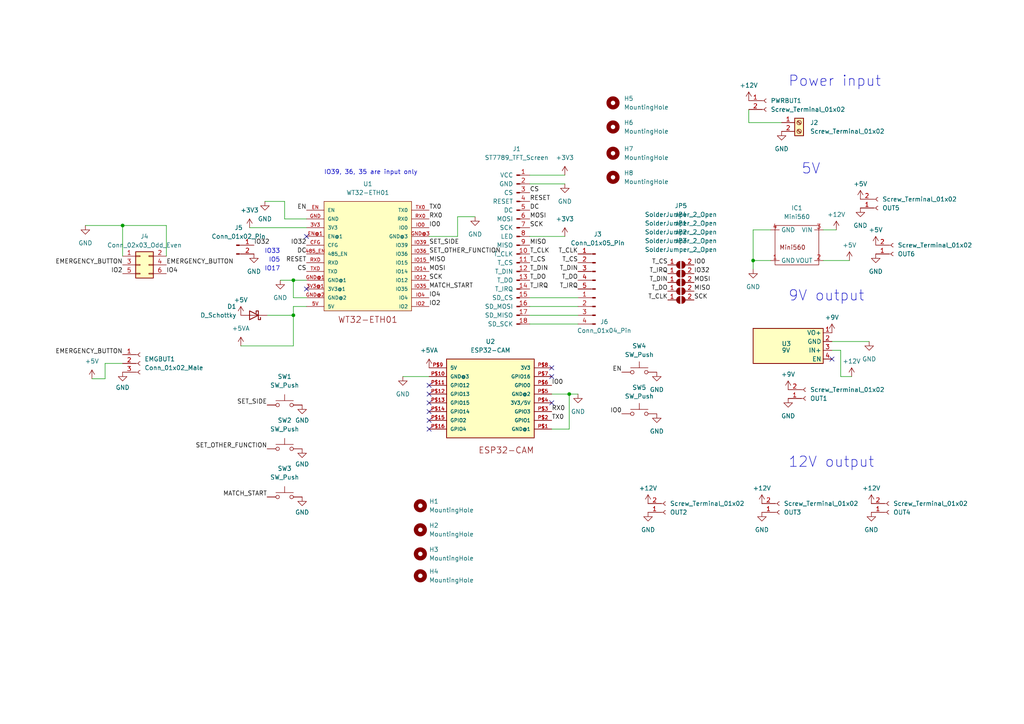
<source format=kicad_sch>
(kicad_sch (version 20230121) (generator eeschema)
  (paper "A4")
  (lib_symbols
    (symbol "Connector:Conn_01x02_Female" (pin_names (offset 1.016) hide)
      (property "Reference" "J" (at 0 2.54 0))
      (property "Value" "Conn_01x02_Female" (at 0 -5.08 0))
      (symbol "Conn_01x02_Female_1_1"
        (arc (start 0 -2.032) (mid -0.5058 -2.54) (end 0 -3.048) (stroke (width 0.1524)))
        (polyline (pts (xy -1.27 -2.54) (xy -0.508 -2.54)) (stroke (width 0.1524)))
        (polyline (pts (xy -1.27 0) (xy -0.508 0)) (stroke (width 0.1524)))
        (arc (start 0 0.508) (mid -0.5058 0) (end 0 -0.508) (stroke (width 0.1524)))
        (pin passive line (at -5.08 0 0) (length 3.81) (name "Pin_1") (number "1"))
        (pin passive line (at -5.08 -2.54 0) (length 3.81) (name "Pin_2") (number "2"))
      )
    )
    (symbol "Connector:Conn_01x02_Pin" (pin_names (offset 1.016) hide)
      (property "Reference" "J" (at 0 2.54 0))
      (property "Value" "Conn_01x02_Pin" (at 0 -5.08 0))
      (symbol "Conn_01x02_Pin_1_1"
        (polyline (pts (xy 1.27 -2.54) (xy 0.8636 -2.54)) (stroke (width 0.1524)))
        (polyline (pts (xy 1.27 0) (xy 0.8636 0)) (stroke (width 0.1524)))
        (rectangle (start 0.8636 -2.413) (end 0 -2.667) (stroke (width 0.1524)) (fill (type outline)))
        (rectangle (start 0.8636 0.127) (end 0 -0.127) (stroke (width 0.1524)) (fill (type outline)))
        (pin passive line (at 5.08 0 180) (length 3.81) (name "Pin_1") (number "1"))
        (pin passive line (at 5.08 -2.54 180) (length 3.81) (name "Pin_2") (number "2"))
      )
    )
    (symbol "Connector:Conn_01x03_Female" (pin_names (offset 1.016) hide)
      (property "Reference" "J" (at 0 5.08 0))
      (property "Value" "Conn_01x03_Female" (at 0 -5.08 0))
      (symbol "Conn_01x03_Female_1_1"
        (arc (start 0 -2.032) (mid -0.5058 -2.54) (end 0 -3.048) (stroke (width 0.1524)))
        (polyline (pts (xy -1.27 -2.54) (xy -0.508 -2.54)) (stroke (width 0.1524)))
        (polyline (pts (xy -1.27 0) (xy -0.508 0)) (stroke (width 0.1524)))
        (polyline (pts (xy -1.27 2.54) (xy -0.508 2.54)) (stroke (width 0.1524)))
        (arc (start 0 0.508) (mid -0.5058 0) (end 0 -0.508) (stroke (width 0.1524)))
        (arc (start 0 3.048) (mid -0.5058 2.54) (end 0 2.032) (stroke (width 0.1524)))
        (pin passive line (at -5.08 2.54 0) (length 3.81) (name "Pin_1") (number "1"))
        (pin passive line (at -5.08 0 0) (length 3.81) (name "Pin_2") (number "2"))
        (pin passive line (at -5.08 -2.54 0) (length 3.81) (name "Pin_3") (number "3"))
      )
    )
    (symbol "Connector:Conn_01x04_Pin" (pin_names (offset 1.016) hide)
      (property "Reference" "J" (at 0 5.08 0))
      (property "Value" "Conn_01x04_Pin" (at 0 -7.62 0))
      (symbol "Conn_01x04_Pin_1_1"
        (polyline (pts (xy 1.27 -5.08) (xy 0.8636 -5.08)) (stroke (width 0.1524)))
        (polyline (pts (xy 1.27 -2.54) (xy 0.8636 -2.54)) (stroke (width 0.1524)))
        (polyline (pts (xy 1.27 0) (xy 0.8636 0)) (stroke (width 0.1524)))
        (polyline (pts (xy 1.27 2.54) (xy 0.8636 2.54)) (stroke (width 0.1524)))
        (rectangle (start 0.8636 -4.953) (end 0 -5.207) (stroke (width 0.1524)) (fill (type outline)))
        (rectangle (start 0.8636 -2.413) (end 0 -2.667) (stroke (width 0.1524)) (fill (type outline)))
        (rectangle (start 0.8636 0.127) (end 0 -0.127) (stroke (width 0.1524)) (fill (type outline)))
        (rectangle (start 0.8636 2.667) (end 0 2.413) (stroke (width 0.1524)) (fill (type outline)))
        (pin passive line (at 5.08 2.54 180) (length 3.81) (name "Pin_1") (number "1"))
        (pin passive line (at 5.08 0 180) (length 3.81) (name "Pin_2") (number "2"))
        (pin passive line (at 5.08 -2.54 180) (length 3.81) (name "Pin_3") (number "3"))
        (pin passive line (at 5.08 -5.08 180) (length 3.81) (name "Pin_4") (number "4"))
      )
    )
    (symbol "Connector:Conn_01x05_Pin" (pin_names (offset 1.016) hide)
      (property "Reference" "J" (at 0 7.62 0))
      (property "Value" "Conn_01x05_Pin" (at 0 -7.62 0))
      (symbol "Conn_01x05_Pin_1_1"
        (polyline (pts (xy 1.27 -5.08) (xy 0.8636 -5.08)) (stroke (width 0.1524)))
        (polyline (pts (xy 1.27 -2.54) (xy 0.8636 -2.54)) (stroke (width 0.1524)))
        (polyline (pts (xy 1.27 0) (xy 0.8636 0)) (stroke (width 0.1524)))
        (polyline (pts (xy 1.27 2.54) (xy 0.8636 2.54)) (stroke (width 0.1524)))
        (polyline (pts (xy 1.27 5.08) (xy 0.8636 5.08)) (stroke (width 0.1524)))
        (rectangle (start 0.8636 -4.953) (end 0 -5.207) (stroke (width 0.1524)) (fill (type outline)))
        (rectangle (start 0.8636 -2.413) (end 0 -2.667) (stroke (width 0.1524)) (fill (type outline)))
        (rectangle (start 0.8636 0.127) (end 0 -0.127) (stroke (width 0.1524)) (fill (type outline)))
        (rectangle (start 0.8636 2.667) (end 0 2.413) (stroke (width 0.1524)) (fill (type outline)))
        (rectangle (start 0.8636 5.207) (end 0 4.953) (stroke (width 0.1524)) (fill (type outline)))
        (pin passive line (at 5.08 5.08 180) (length 3.81) (name "Pin_1") (number "1"))
        (pin passive line (at 5.08 2.54 180) (length 3.81) (name "Pin_2") (number "2"))
        (pin passive line (at 5.08 0 180) (length 3.81) (name "Pin_3") (number "3"))
        (pin passive line (at 5.08 -2.54 180) (length 3.81) (name "Pin_4") (number "4"))
        (pin passive line (at 5.08 -5.08 180) (length 3.81) (name "Pin_5") (number "5"))
      )
    )
    (symbol "Connector:Screw_Terminal_01x02" (pin_names (offset 1.016) hide)
      (property "Reference" "J" (at 0 2.54 0))
      (property "Value" "Screw_Terminal_01x02" (at 0 -5.08 0))
      (symbol "Screw_Terminal_01x02_1_1"
        (rectangle (start -1.27 1.27) (end 1.27 -3.81) (stroke (width 0.254)) (fill (type background)))
        (circle (center 0 -2.54) (radius 0.635) (stroke (width 0.1524)))
        (polyline (pts (xy -0.5334 -2.2098) (xy 0.3302 -3.048)) (stroke (width 0.1524)))
        (polyline (pts (xy -0.5334 0.3302) (xy 0.3302 -0.508)) (stroke (width 0.1524)))
        (polyline (pts (xy -0.3556 -2.032) (xy 0.508 -2.8702)) (stroke (width 0.1524)))
        (polyline (pts (xy -0.3556 0.508) (xy 0.508 -0.3302)) (stroke (width 0.1524)))
        (circle (center 0 0) (radius 0.635) (stroke (width 0.1524)))
        (pin passive line (at -5.08 0 0) (length 3.81) (name "Pin_1") (number "1"))
        (pin passive line (at -5.08 -2.54 0) (length 3.81) (name "Pin_2") (number "2"))
      )
    )
    (symbol "Connector_Generic:Conn_02x03_Odd_Even" (pin_names (offset 1.016) hide)
      (property "Reference" "J" (at 1.27 5.08 0))
      (property "Value" "Conn_02x03_Odd_Even" (at 1.27 -5.08 0))
      (symbol "Conn_02x03_Odd_Even_1_1"
        (rectangle (start -1.27 -2.413) (end 0 -2.667) (stroke (width 0.1524)))
        (rectangle (start -1.27 0.127) (end 0 -0.127) (stroke (width 0.1524)))
        (rectangle (start -1.27 2.667) (end 0 2.413) (stroke (width 0.1524)))
        (rectangle (start -1.27 3.81) (end 3.81 -3.81) (stroke (width 0.254)) (fill (type background)))
        (rectangle (start 3.81 -2.413) (end 2.54 -2.667) (stroke (width 0.1524)))
        (rectangle (start 3.81 0.127) (end 2.54 -0.127) (stroke (width 0.1524)))
        (rectangle (start 3.81 2.667) (end 2.54 2.413) (stroke (width 0.1524)))
        (pin passive line (at -5.08 2.54 0) (length 3.81) (name "Pin_1") (number "1"))
        (pin passive line (at 7.62 2.54 180) (length 3.81) (name "Pin_2") (number "2"))
        (pin passive line (at -5.08 0 0) (length 3.81) (name "Pin_3") (number "3"))
        (pin passive line (at 7.62 0 180) (length 3.81) (name "Pin_4") (number "4"))
        (pin passive line (at -5.08 -2.54 0) (length 3.81) (name "Pin_5") (number "5"))
        (pin passive line (at 7.62 -2.54 180) (length 3.81) (name "Pin_6") (number "6"))
      )
    )
    (symbol "Device:D_Schottky" (pin_numbers hide) (pin_names (offset 1.016) hide)
      (property "Reference" "D" (at 0 2.54 0))
      (property "Value" "D_Schottky" (at 0 -2.54 0))
      (symbol "D_Schottky_0_1"
        (polyline (pts (xy 1.27 0) (xy -1.27 0)))
        (polyline (pts (xy 1.27 1.27) (xy 1.27 -1.27) (xy -1.27 0) (xy 1.27 1.27)) (stroke (width 0.254)))
        (polyline (pts (xy -1.905 0.635) (xy -1.905 1.27) (xy -1.27 1.27) (xy -1.27 -1.27) (xy -0.635 -1.27) (xy -0.635 -0.635)) (stroke (width 0.254)))
      )
      (symbol "D_Schottky_1_1"
        (pin passive line (at -3.81 0 0) (length 2.54) (name "K") (number "1"))
        (pin passive line (at 3.81 0 180) (length 2.54) (name "A") (number "2"))
      )
    )
    (symbol "ESP32-CAM:ESP32-CAM" (pin_names (offset 1.016))
      (property "Reference" "U" (at 0 7.62 0))
      (property "Value" "ESP32-CAM" (at 0 7.62 0))
      (symbol "ESP32-CAM_0_0"
        (rectangle (start 12.7 -5.08) (end -12.7 17.78) (stroke (width 0.254)) (fill (type background)))
        (text "ESP32-CAM" (at 12.7 -7.62 0) (effects (font (size 1.778 1.778)) (justify right top)))
        (pin bidirectional line (at 17.78 -2.54 180) (length 5.08) (name "GND@1") (number "P$1"))
        (pin bidirectional line (at -17.78 12.7 0) (length 5.08) (name "GND@3") (number "P$10"))
        (pin bidirectional line (at -17.78 10.16 0) (length 5.08) (name "GPIO12") (number "P$11"))
        (pin bidirectional line (at -17.78 7.62 0) (length 5.08) (name "GPIO13") (number "P$12"))
        (pin bidirectional line (at -17.78 5.08 0) (length 5.08) (name "GPIO15") (number "P$13"))
        (pin bidirectional line (at -17.78 2.54 0) (length 5.08) (name "GPIO14") (number "P$14"))
        (pin bidirectional line (at -17.78 0 0) (length 5.08) (name "GPIO2") (number "P$15"))
        (pin bidirectional line (at -17.78 -2.54 0) (length 5.08) (name "GPIO4") (number "P$16"))
        (pin bidirectional line (at 17.78 0 180) (length 5.08) (name "GPIO1") (number "P$2"))
        (pin bidirectional line (at 17.78 2.54 180) (length 5.08) (name "GPIO3") (number "P$3"))
        (pin bidirectional line (at 17.78 5.08 180) (length 5.08) (name "3V3/5V") (number "P$4"))
        (pin bidirectional line (at 17.78 7.62 180) (length 5.08) (name "GND@2") (number "P$5"))
        (pin bidirectional line (at 17.78 10.16 180) (length 5.08) (name "GPIO0") (number "P$6"))
        (pin bidirectional line (at 17.78 12.7 180) (length 5.08) (name "GPIO16") (number "P$7"))
        (pin bidirectional line (at 17.78 15.24 180) (length 5.08) (name "3V3") (number "P$8"))
        (pin bidirectional line (at -17.78 15.24 0) (length 5.08) (name "5V") (number "P$9"))
      )
    )
    (symbol "Jumper:SolderJumper_2_Open" (pin_names (offset 0) hide)
      (property "Reference" "JP" (at 0 2.032 0))
      (property "Value" "SolderJumper_2_Open" (at 0 -2.54 0))
      (symbol "SolderJumper_2_Open_0_1"
        (arc (start -0.254 1.016) (mid -1.2656 0) (end -0.254 -1.016))
        (arc (start -0.254 1.016) (mid -1.2656 0) (end -0.254 -1.016) (fill (type outline)))
        (polyline (pts (xy -0.254 1.016) (xy -0.254 -1.016)))
        (polyline (pts (xy 0.254 1.016) (xy 0.254 -1.016)))
        (arc (start 0.254 -1.016) (mid 1.2656 0) (end 0.254 1.016))
        (arc (start 0.254 -1.016) (mid 1.2656 0) (end 0.254 1.016) (fill (type outline)))
      )
      (symbol "SolderJumper_2_Open_1_1"
        (pin passive line (at -3.81 0 0) (length 2.54) (name "A") (number "1"))
        (pin passive line (at 3.81 0 180) (length 2.54) (name "B") (number "2"))
      )
    )
    (symbol "Mechanical:MountingHole" (pin_names (offset 1.016))
      (property "Reference" "H" (at 0 5.08 0))
      (property "Value" "MountingHole" (at 0 3.175 0))
      (symbol "MountingHole_0_1"
        (circle (center 0 0) (radius 1.27) (stroke (width 1.27)))
      )
    )
    (symbol "MiAM_ESP32:ST7789_TFT_Screen" (pin_names (offset 1.016))
      (property "Reference" "J" (at 0 12.7 0))
      (property "Value" "ST7789_TFT_Screen" (at -16.51 -1.27 0))
      (symbol "ST7789_TFT_Screen_1_1"
        (polyline (pts (xy 1.27 -33.02) (xy 0.8636 -33.02)) (stroke (width 0.1524)))
        (polyline (pts (xy 1.27 -30.48) (xy 0.8636 -30.48)) (stroke (width 0.1524)))
        (polyline (pts (xy 1.27 -27.94) (xy 0.8636 -27.94)) (stroke (width 0.1524)))
        (polyline (pts (xy 1.27 -25.4) (xy 0.8636 -25.4)) (stroke (width 0.1524)))
        (polyline (pts (xy 1.27 -22.86) (xy 0.8636 -22.86)) (stroke (width 0.1524)))
        (polyline (pts (xy 1.27 -20.32) (xy 0.8636 -20.32)) (stroke (width 0.1524)))
        (polyline (pts (xy 1.27 -17.78) (xy 0.8636 -17.78)) (stroke (width 0.1524)))
        (polyline (pts (xy 1.27 -15.24) (xy 0.8636 -15.24)) (stroke (width 0.1524)))
        (polyline (pts (xy 1.27 -12.7) (xy 0.8636 -12.7)) (stroke (width 0.1524)))
        (polyline (pts (xy 1.27 -10.16) (xy 0.8636 -10.16)) (stroke (width 0.1524)))
        (polyline (pts (xy 1.27 -7.62) (xy 0.8636 -7.62)) (stroke (width 0.1524)))
        (polyline (pts (xy 1.27 -5.08) (xy 0.8636 -5.08)) (stroke (width 0.1524)))
        (polyline (pts (xy 1.27 -2.54) (xy 0.8636 -2.54)) (stroke (width 0.1524)))
        (polyline (pts (xy 1.27 0) (xy 0.8636 0)) (stroke (width 0.1524)))
        (polyline (pts (xy 1.27 2.54) (xy 0.8636 2.54)) (stroke (width 0.1524)))
        (polyline (pts (xy 1.27 5.08) (xy 0.8636 5.08)) (stroke (width 0.1524)))
        (polyline (pts (xy 1.27 7.62) (xy 0.8636 7.62)) (stroke (width 0.1524)))
        (polyline (pts (xy 1.27 10.16) (xy 0.8636 10.16)) (stroke (width 0.1524)))
        (rectangle (start 0 10.287) (end 0.8636 10.033) (stroke (width 0.1524)) (fill (type outline)))
        (rectangle (start 0.8636 -32.893) (end 0 -33.147) (stroke (width 0.1524)) (fill (type outline)))
        (rectangle (start 0.8636 -30.353) (end 0 -30.607) (stroke (width 0.1524)) (fill (type outline)))
        (rectangle (start 0.8636 -27.813) (end 0 -28.067) (stroke (width 0.1524)) (fill (type outline)))
        (rectangle (start 0.8636 -25.273) (end 0 -25.527) (stroke (width 0.1524)) (fill (type outline)))
        (rectangle (start 0.8636 -22.733) (end 0 -22.987) (stroke (width 0.1524)) (fill (type outline)))
        (rectangle (start 0.8636 -20.193) (end 0 -20.447) (stroke (width 0.1524)) (fill (type outline)))
        (rectangle (start 0.8636 -17.653) (end 0 -17.907) (stroke (width 0.1524)) (fill (type outline)))
        (rectangle (start 0.8636 -15.113) (end 0 -15.367) (stroke (width 0.1524)) (fill (type outline)))
        (rectangle (start 0.8636 -12.573) (end 0 -12.827) (stroke (width 0.1524)) (fill (type outline)))
        (rectangle (start 0.8636 -10.033) (end 0 -10.287) (stroke (width 0.1524)) (fill (type outline)))
        (rectangle (start 0.8636 -7.493) (end 0 -7.747) (stroke (width 0.1524)) (fill (type outline)))
        (rectangle (start 0.8636 -4.953) (end 0 -5.207) (stroke (width 0.1524)) (fill (type outline)))
        (rectangle (start 0.8636 -2.413) (end 0 -2.667) (stroke (width 0.1524)) (fill (type outline)))
        (rectangle (start 0.8636 0.127) (end 0 -0.127) (stroke (width 0.1524)) (fill (type outline)))
        (rectangle (start 0.8636 2.667) (end 0 2.413) (stroke (width 0.1524)) (fill (type outline)))
        (rectangle (start 0.8636 5.207) (end 0 4.953) (stroke (width 0.1524)) (fill (type outline)))
        (rectangle (start 0.8636 7.747) (end 0 7.493) (stroke (width 0.1524)) (fill (type outline)))
        (pin passive line (at 3.81 10.16 180) (length 3.81) (name "VCC") (number "1"))
        (pin passive line (at 3.81 -12.7 180) (length 3.81) (name "T_CLK") (number "10"))
        (pin passive line (at 3.81 -15.24 180) (length 3.81) (name "T_CS") (number "11"))
        (pin passive line (at 3.81 -17.78 180) (length 3.81) (name "T_DIN") (number "12"))
        (pin passive line (at 3.81 -20.32 180) (length 3.81) (name "T_DO") (number "13"))
        (pin passive line (at 3.81 -22.86 180) (length 3.81) (name "T_IRQ") (number "14"))
        (pin passive line (at 3.81 -25.4 180) (length 3.81) (name "SD_CS") (number "15"))
        (pin passive line (at 3.81 -27.94 180) (length 3.81) (name "SD_MOSI") (number "16"))
        (pin passive line (at 3.81 -30.48 180) (length 3.81) (name "SD_MISO") (number "17"))
        (pin passive line (at 3.81 -33.02 180) (length 3.81) (name "SD_SCK") (number "18"))
        (pin passive line (at 3.81 7.62 180) (length 3.81) (name "GND") (number "2"))
        (pin passive line (at 3.81 5.08 180) (length 3.81) (name "CS") (number "3"))
        (pin passive line (at 3.81 2.54 180) (length 3.81) (name "RESET") (number "4"))
        (pin passive line (at 3.81 0 180) (length 3.81) (name "DC") (number "5"))
        (pin passive line (at 3.81 -2.54 180) (length 3.81) (name "MOSI") (number "6"))
        (pin passive line (at 3.81 -5.08 180) (length 3.81) (name "SCK") (number "7"))
        (pin passive line (at 3.81 -7.62 180) (length 3.81) (name "LED") (number "8"))
        (pin passive line (at 3.81 -10.16 180) (length 3.81) (name "MISO") (number "9"))
      )
    )
    (symbol "MiAM_ESP32:VoltageRegulator"
      (property "Reference" "U" (at -2.54 10.16 0))
      (property "Value" "VoltageRegulator" (at -2.54 7.62 0))
      (symbol "VoltageRegulator_0_1"
        (rectangle (start -10.16 5.08) (end 10.16 -5.08) (stroke (width 0.254)) (fill (type background)))
      )
      (symbol "VoltageRegulator_1_1"
        (pin power_out line (at 12.7 3.81 180) (length 2.54) (name "VO+") (number "1"))
        (pin passive line (at 12.7 1.27 180) (length 2.54) (name "GND") (number "2"))
        (pin power_in line (at 12.7 -1.27 180) (length 2.54) (name "IN+") (number "3"))
        (pin input line (at 12.7 -3.81 180) (length 2.54) (name "EN") (number "4"))
      )
    )
    (symbol "Mini560:Mini560"
      (property "Reference" "IC" (at 0 0 0))
      (property "Value" "Mini560" (at 0 2.54 0))
      (symbol "Mini560_0_0"
        (text "Mini560" (at 2.54 -10.16 0) (effects (font (size 1.27 1.27))))
      )
      (symbol "Mini560_0_1"
        (rectangle (start -2.54 -3.81) (end 10.16 -15.24))
      )
      (symbol "Mini560_1_1"
        (pin output line (at -3.81 -13.97 0) (length 2.54) (name "GND") (number "1"))
        (pin output line (at 11.43 -13.97 180) (length 2.54) (name "VOUT") (number "2"))
        (pin input line (at 11.43 -5.08 180) (length 2.54) (name "VIN") (number "3"))
        (pin input line (at -3.81 -5.08 0) (length 2.54) (name "GND") (number "4"))
      )
    )
    (symbol "Switch:SW_Push" (pin_numbers hide) (pin_names (offset 1.016) hide)
      (property "Reference" "SW" (at 1.27 2.54 0))
      (property "Value" "SW_Push" (at 0 -1.524 0))
      (symbol "SW_Push_0_1"
        (circle (center -2.032 0) (radius 0.508))
        (polyline (pts (xy 0 1.27) (xy 0 3.048)))
        (polyline (pts (xy 2.54 1.27) (xy -2.54 1.27)))
        (circle (center 2.032 0) (radius 0.508))
        (pin passive line (at -5.08 0 0) (length 2.54) (name "1") (number "1"))
        (pin passive line (at 5.08 0 180) (length 2.54) (name "2") (number "2"))
      )
    )
    (symbol "WT32-ETH01:WT32-ETH01_MB" (pin_names (offset 1.016))
      (property "Reference" "U" (at 0 0 0))
      (property "Value" "WT32-ETH01_MB" (at 0 0 0))
      (symbol "WT32-ETH01_MB_0_0"
        (rectangle (start -12.7 17.78) (end 12.7 -13.97) (stroke (width 0.1524)) (fill (type background)))
        (text "WT32-ETH01" (at 0 -16.51 0) (effects (font (size 1.778 1.778))))
        (pin bidirectional line (at -17.78 10.16 0) (length 5.08) (name "3V3") (number "3V3"))
        (pin bidirectional line (at -17.78 -7.62 0) (length 5.08) (name "3V3@1") (number "3V3@1"))
        (pin bidirectional line (at -17.78 2.54 0) (length 5.08) (name "485_EN") (number "485_EN"))
        (pin bidirectional line (at -17.78 -12.7 0) (length 5.08) (name "5V") (number "5V"))
        (pin bidirectional line (at -17.78 15.24 0) (length 5.08) (name "EN") (number "EN"))
        (pin bidirectional line (at -17.78 7.62 0) (length 5.08) (name "EN@1") (number "EN@1"))
        (pin bidirectional line (at -17.78 12.7 0) (length 5.08) (name "GND") (number "GND"))
        (pin bidirectional line (at -17.78 -5.08 0) (length 5.08) (name "GND@1") (number "GND@1"))
        (pin bidirectional line (at -17.78 -10.16 0) (length 5.08) (name "GND@2") (number "GND@2"))
        (pin bidirectional line (at 17.78 7.62 180) (length 5.08) (name "GND@3") (number "GND@3"))
        (pin bidirectional line (at 17.78 10.16 180) (length 5.08) (name "IO0") (number "IO0"))
        (pin bidirectional line (at 17.78 -5.08 180) (length 5.08) (name "IO12") (number "IO12"))
        (pin bidirectional line (at 17.78 -2.54 180) (length 5.08) (name "IO14") (number "IO14"))
        (pin bidirectional line (at 17.78 0 180) (length 5.08) (name "IO15") (number "IO15"))
        (pin bidirectional line (at 17.78 -12.7 180) (length 5.08) (name "IO2") (number "IO2"))
        (pin bidirectional line (at 17.78 -7.62 180) (length 5.08) (name "IO35") (number "IO35"))
        (pin bidirectional line (at 17.78 2.54 180) (length 5.08) (name "IO36") (number "IO36"))
        (pin bidirectional line (at 17.78 5.08 180) (length 5.08) (name "IO39") (number "IO39"))
        (pin bidirectional line (at 17.78 -10.16 180) (length 5.08) (name "IO4") (number "IO4"))
        (pin bidirectional line (at 17.78 12.7 180) (length 5.08) (name "RX0") (number "RX0"))
        (pin bidirectional line (at -17.78 0 0) (length 5.08) (name "RXD") (number "RXD"))
        (pin bidirectional line (at 17.78 15.24 180) (length 5.08) (name "TX0") (number "TX0"))
        (pin bidirectional line (at -17.78 -2.54 0) (length 5.08) (name "TXD") (number "TXD"))
      )
      (symbol "WT32-ETH01_MB_1_0"
        (pin bidirectional line (at -17.78 5.08 0) (length 5.08) (name "CFG") (number "CFG"))
      )
    )
    (symbol "power:+12V" (power) (pin_names (offset 0))
      (property "Value" "+12V" (at 0 3.556 0))
      (symbol "+12V_0_1"
        (polyline (pts (xy -0.762 1.27) (xy 0 2.54)))
        (polyline (pts (xy 0 0) (xy 0 2.54)))
        (polyline (pts (xy 0 2.54) (xy 0.762 1.27)))
      )
      (symbol "+12V_1_1"
        (pin power_in line (at 0 0 90) (length 0) hide (name "+12V") (number "1"))
      )
    )
    (symbol "power:+3V3" (power) (pin_names (offset 0))
      (property "Value" "+3V3" (at 0 3.556 0))
      (symbol "+3V3_0_1"
        (polyline (pts (xy -0.762 1.27) (xy 0 2.54)))
        (polyline (pts (xy 0 0) (xy 0 2.54)))
        (polyline (pts (xy 0 2.54) (xy 0.762 1.27)))
      )
      (symbol "+3V3_1_1"
        (pin power_in line (at 0 0 90) (length 0) hide (name "+3V3") (number "1"))
      )
    )
    (symbol "power:+5V" (power) (pin_names (offset 0))
      (property "Value" "+5V" (at 0 3.556 0))
      (symbol "+5V_0_1"
        (polyline (pts (xy -0.762 1.27) (xy 0 2.54)))
        (polyline (pts (xy 0 0) (xy 0 2.54)))
        (polyline (pts (xy 0 2.54) (xy 0.762 1.27)))
      )
      (symbol "+5V_1_1"
        (pin power_in line (at 0 0 90) (length 0) hide (name "+5V") (number "1"))
      )
    )
    (symbol "power:+5VA" (power) (pin_names (offset 0))
      (property "Value" "+5VA" (at 0 3.556 0))
      (symbol "+5VA_0_1"
        (polyline (pts (xy -0.762 1.27) (xy 0 2.54)))
        (polyline (pts (xy 0 0) (xy 0 2.54)))
        (polyline (pts (xy 0 2.54) (xy 0.762 1.27)))
      )
      (symbol "+5VA_1_1"
        (pin power_in line (at 0 0 90) (length 0) hide (name "+5VA") (number "1"))
      )
    )
    (symbol "power:+9V" (power) (pin_names (offset 0))
      (property "Value" "+9V" (at 0 3.556 0))
      (symbol "+9V_0_1"
        (polyline (pts (xy -0.762 1.27) (xy 0 2.54)))
        (polyline (pts (xy 0 0) (xy 0 2.54)))
        (polyline (pts (xy 0 2.54) (xy 0.762 1.27)))
      )
      (symbol "+9V_1_1"
        (pin power_in line (at 0 0 90) (length 0) hide (name "+9V") (number "1"))
      )
    )
    (symbol "power:GND" (power) (pin_names (offset 0))
      (property "Value" "GND" (at 0 -3.81 0))
      (symbol "GND_0_1"
        (polyline (pts (xy 0 0) (xy 0 -1.27) (xy 1.27 -1.27) (xy 0 -2.54) (xy -1.27 -1.27) (xy 0 -1.27)))
      )
      (symbol "GND_1_1"
        (pin power_in line (at 0 0 270) (length 0) hide (name "GND") (number "1"))
      )
    )
  )
  (junction (at 35.56 65.405))
  (junction (at 218.44 75.565))
  (junction (at 85.09 91.44))
  (junction (at 85.09 81.28))
  (junction (at 165.1 114.3))
  (no_connect (at 124.46 116.84))
  (no_connect (at 124.46 111.76))
  (no_connect (at 160.02 106.68))
  (no_connect (at 160.02 109.22))
  (no_connect (at 241.3 104.14))
  (no_connect (at 160.02 116.84))
  (no_connect (at 124.46 114.3))
  (no_connect (at 124.46 124.46))
  (no_connect (at 124.46 119.38))
  (no_connect (at 88.9 83.82))
  (no_connect (at 124.46 121.92))
  (no_connect (at 88.9 68.58))
  (wire (pts (xy 85.09 100.33) (xy 85.09 91.44)))
  (wire (pts (xy 217.17 35.56) (xy 226.695 35.56)))
  (wire (pts (xy 153.67 68.58) (xy 163.83 68.58)))
  (wire (pts (xy 85.09 91.44) (xy 85.09 88.9)))
  (wire (pts (xy 218.44 75.565) (xy 223.52 75.565)))
  (wire (pts (xy 35.56 65.405) (xy 35.56 74.295)))
  (wire (pts (xy 88.9 63.5) (xy 82.55 63.5)))
  (wire (pts (xy 160.02 124.46) (xy 165.1 124.46)))
  (wire (pts (xy 153.67 53.34) (xy 163.83 53.34)))
  (wire (pts (xy 243.84 109.22) (xy 247.015 109.22)))
  (wire (pts (xy 153.67 50.8) (xy 163.83 50.8)))
  (wire (pts (xy 167.64 86.36) (xy 153.67 86.36)))
  (wire (pts (xy 85.09 88.9) (xy 88.9 88.9)))
  (wire (pts (xy 72.39 66.04) (xy 88.9 66.04)))
  (wire (pts (xy 218.44 78.105) (xy 218.44 75.565)))
  (wire (pts (xy 69.85 100.33) (xy 85.09 100.33)))
  (wire (pts (xy 82.55 63.5) (xy 82.55 58.42)))
  (wire (pts (xy 81.28 81.28) (xy 85.09 81.28)))
  (wire (pts (xy 241.3 101.6) (xy 243.84 101.6)))
  (wire (pts (xy 48.26 65.405) (xy 35.56 65.405)))
  (wire (pts (xy 116.84 109.22) (xy 124.46 109.22)))
  (wire (pts (xy 77.47 91.44) (xy 85.09 91.44)))
  (wire (pts (xy 48.26 74.295) (xy 48.26 65.405)))
  (wire (pts (xy 165.1 124.46) (xy 165.1 114.3)))
  (wire (pts (xy 132.715 68.58) (xy 124.46 68.58)))
  (wire (pts (xy 223.52 66.675) (xy 218.44 66.675)))
  (wire (pts (xy 165.1 114.3) (xy 167.64 114.3)))
  (wire (pts (xy 238.76 66.675) (xy 242.57 66.675)))
  (wire (pts (xy 30.48 109.855) (xy 26.67 109.855)))
  (wire (pts (xy 82.55 58.42) (xy 76.835 58.42)))
  (wire (pts (xy 160.02 114.3) (xy 165.1 114.3)))
  (wire (pts (xy 132.715 62.865) (xy 137.795 62.865)))
  (wire (pts (xy 217.17 31.75) (xy 217.17 35.56)))
  (wire (pts (xy 241.3 99.06) (xy 252.095 99.06)))
  (wire (pts (xy 24.765 65.405) (xy 35.56 65.405)))
  (wire (pts (xy 132.715 62.865) (xy 132.715 68.58)))
  (wire (pts (xy 35.56 105.41) (xy 30.48 105.41)))
  (wire (pts (xy 238.76 75.565) (xy 246.38 75.565)))
  (wire (pts (xy 243.84 101.6) (xy 243.84 109.22)))
  (wire (pts (xy 30.48 105.41) (xy 30.48 109.855)))
  (wire (pts (xy 167.64 93.98) (xy 153.67 93.98)))
  (wire (pts (xy 85.09 81.28) (xy 85.09 86.36)))
  (wire (pts (xy 85.09 86.36) (xy 88.9 86.36)))
  (wire (pts (xy 218.44 66.675) (xy 218.44 75.565)))
  (wire (pts (xy 167.64 91.44) (xy 153.67 91.44)))
  (wire (pts (xy 85.09 81.28) (xy 88.9 81.28)))
  (wire (pts (xy 167.64 88.9) (xy 153.67 88.9)))
  (text "9V output" (at 228.6 87.63 0) (effects (font (size 3 3)) (justify left bottom)))
  (text "5V" (at 232.41 50.8 0) (effects (font (size 3 3)) (justify left bottom)))
  (text "IO33" (at 81.28 73.66 0) (effects (font (size 1.27 1.27)) (justify right bottom)))
  (text "IO39, 36, 35 are input only" (at 93.98 50.8 0) (effects (font (size 1.27 1.27)) (justify left bottom)))
  (text "IO5" (at 81.28 76.2 0) (effects (font (size 1.27 1.27)) (justify right bottom)))
  (text "Power input" (at 228.6 25.4 0) (effects (font (size 3 3)) (justify left bottom)))
  (text "12V output" (at 228.6 135.89 0) (effects (font (size 3 3)) (justify left bottom)))
  (text "IO17" (at 81.28 78.74 0) (effects (font (size 1.27 1.27)) (justify right bottom)))
  (label "IO32" (at 88.9 71.12 180))
  (label "SET_SIDE" (at 124.46 71.12 0))
  (label "SCK" (at 153.67 66.04 0))
  (label "CS" (at 153.67 55.88 0))
  (label "T_DO" (at 167.64 81.28 180))
  (label "MOSI" (at 124.46 78.74 0))
  (label "SCK" (at 124.46 81.28 0))
  (label "RESET" (at 88.9 76.2 180))
  (label "SET_SIDE" (at 77.47 117.475 180))
  (label "T_DO" (at 153.67 81.28 0))
  (label "RESET" (at 153.67 58.42 0))
  (label "T_DIN" (at 167.64 78.74 180))
  (label "T_DIN" (at 193.675 81.915 180))
  (label "T_CS" (at 167.64 76.2 180))
  (label "EN" (at 180.34 107.95 180))
  (label "EMERGENCY_BUTTON" (at 35.56 102.87 180))
  (label "IO0" (at 124.46 66.04 0))
  (label "MISO" (at 153.67 71.12 0))
  (label "IO32" (at 73.66 71.12 0))
  (label "T_IRQ" (at 193.675 79.375 180))
  (label "SET_OTHER_FUNCTION" (at 77.47 130.175 180))
  (label "MATCH_START" (at 77.47 144.145 180))
  (label "MISO" (at 201.295 84.455 0))
  (label "T_DIN" (at 153.67 78.74 0))
  (label "EMERGENCY_BUTTON" (at 48.26 76.835 0))
  (label "T_CLK" (at 153.67 73.66 0))
  (label "EMERGENCY_BUTTON" (at 35.56 76.835 180))
  (label "IO2" (at 124.46 88.9 0))
  (label "T_DO" (at 193.675 84.455 180))
  (label "TX0" (at 124.46 60.96 0))
  (label "DC" (at 153.67 60.96 0))
  (label "CS" (at 88.9 78.74 180))
  (label "IO0" (at 160.02 111.76 0))
  (label "IO0" (at 180.34 120.015 180))
  (label "IO4" (at 48.26 79.375 0))
  (label "MATCH_START" (at 124.46 83.82 0))
  (label "IO4" (at 124.46 86.36 0))
  (label "IO0" (at 201.295 76.835 0))
  (label "SET_OTHER_FUNCTION" (at 124.46 73.66 0))
  (label "RX0" (at 160.02 119.38 0))
  (label "SCK" (at 201.295 86.995 0))
  (label "T_IRQ" (at 167.64 83.82 180))
  (label "DC" (at 88.9 73.66 180))
  (label "T_CLK" (at 193.675 86.995 180))
  (label "MOSI" (at 153.67 63.5 0))
  (label "T_CLK" (at 167.64 73.66 180))
  (label "MISO" (at 124.46 76.2 0))
  (label "TX0" (at 160.02 121.92 0))
  (label "T_CS" (at 153.67 76.2 0))
  (label "MOSI" (at 201.295 81.915 0))
  (label "T_IRQ" (at 153.67 83.82 0))
  (label "IO32" (at 201.295 79.375 0))
  (label "T_CS" (at 193.675 76.835 180))
  (label "EN" (at 88.9 60.96 180))
  (label "IO2" (at 35.56 79.375 180))
  (label "RX0" (at 124.46 63.5 0))
  (symbol (lib_id "Device:D_Schottky") (at 73.66 91.44 180) (unit 1)
    (property "Reference" "D1" (at 68.58 88.9 0) (effects (justify left)))
    (property "Value" "D_Schottky" (at 68.58 91.44 0) (effects (justify left)))
    (property "Footprint" "Diode_SMD:D_SOD-323_HandSoldering" (effects hide))
  )
  (symbol (lib_id "MiAM_ESP32:ST7789_TFT_Screen") (at 149.86 60.96 0) (unit 1)
    (property "Reference" "J1" (at 149.86 43.18 0))
    (property "Value" "ST7789_TFT_Screen" (at 149.86 45.72 0))
    (property "Footprint" "MiAM_ESP32_Footprints:2.8_tft_240x320_touch_sd_spi" (effects hide))
  )
  (symbol (lib_id "power:GND") (at 116.84 109.22 0) (unit 1)
    (property "Reference" "#PWR040" (effects hide))
    (property "Value" "GND" (at 116.84 114.3 0))
  )
  (symbol (lib_id "Switch:SW_Push") (at 82.55 117.475 0) (unit 1)
    (property "Reference" "SW1" (at 82.55 109.22 0))
    (property "Value" "SW_Push" (at 82.55 111.76 0))
    (property "Footprint" "Connector_JST:JST_PH_B2B-PH-K_1x02_P2.00mm_Vertical" (effects hide))
  )
  (symbol (lib_id "power:GND") (at 87.63 117.475 0) (unit 1)
    (property "Reference" "#PWR010" (effects hide))
    (property "Value" "GND" (at 87.63 121.92 0))
  )
  (symbol (lib_id "Connector:Conn_01x02_Female") (at 222.25 29.21 0) (unit 1)
    (property "Reference" "PWRBUT1" (at 223.52 29.21 0) (effects (justify left)))
    (property "Value" "Screw_Terminal_01x02" (at 223.52 31.75 0) (effects (justify left)))
    (property "Footprint" "Connector_JST:JST_PH_B2B-PH-K_1x02_P2.00mm_Vertical" (effects hide))
  )
  (symbol (lib_id "power:+9V") (at 228.6 113.03 0) (unit 1)
    (property "Reference" "#PWR028" (effects hide))
    (property "Value" "+9V" (at 228.6 108.585 0))
  )
  (symbol (lib_id "Mechanical:MountingHole") (at 121.92 160.655 0) (unit 1)
    (property "Reference" "H3" (at 124.46 159.385 0) (effects (justify left)))
    (property "Value" "MountingHole" (at 124.46 161.925 0) (effects (justify left)))
    (property "Footprint" "MountingHole:MountingHole_3.2mm_M3" (effects hide))
  )
  (symbol (lib_id "ESP32-CAM:ESP32-CAM") (at 142.24 121.92 0) (unit 1)
    (property "Reference" "U2" (at 142.24 99.06 0))
    (property "Value" "ESP32-CAM" (at 142.24 101.6 0))
    (property "Footprint" "MiAM_ESP32_Footprints:ESP32-CAM_MB" (effects hide))
    (property "MF" "AI-Thinker" (effects hide))
    (property "Description" "\nESP32 ESP32 Transceiver; 802.11 a/b/g/n (Wi-Fi, WiFi, WLAN), Bluetooth® Smart 4.x Low Energy (BLE) Evaluation Board\n" (effects hide))
    (property "Package" "None" (effects hide))
    (property "Price" "None" (effects hide))
    (property "SnapEDA_Link" "https://www.snapeda.com/parts/ESP32-CAM/AI-Thinker/view-part/?ref=snap" (effects hide))
    (property "MP" "ESP32-CAM" (effects hide))
    (property "Availability" "Not in stock" (effects hide))
    (property "Check_prices" "https://www.snapeda.com/parts/ESP32-CAM/AI-Thinker/view-part/?ref=eda" (effects hide))
  )
  (symbol (lib_id "power:GND") (at 76.835 58.42 0) (unit 1)
    (property "Reference" "#PWR07" (effects hide))
    (property "Value" "GND" (at 76.835 63.5 0))
  )
  (symbol (lib_id "power:GND") (at 187.96 148.59 0) (unit 1)
    (property "Reference" "#PWR031" (effects hide))
    (property "Value" "GND" (at 187.96 153.67 0))
  )
  (symbol (lib_id "power:+12V") (at 242.57 66.675 0) (unit 1)
    (property "Reference" "#PWR024" (effects hide))
    (property "Value" "+12V" (at 242.57 62.23 0))
  )
  (symbol (lib_id "MiAM_ESP32:VoltageRegulator") (at 228.6 100.33 0) (unit 1)
    (property "Reference" "U3" (at 226.695 99.695 0) (effects (justify left)))
    (property "Value" "9V" (at 226.695 101.6 0) (effects (justify left)))
    (property "Footprint" "MiAM_ESP32_Footprints:VoltageRegulator" (effects hide))
  )
  (symbol (lib_id "Jumper:SolderJumper_2_Open") (at 197.485 76.835 0) (unit 1)
    (property "Reference" "JP5" (at 197.485 59.69 0))
    (property "Value" "SolderJumper_2_Open" (at 197.485 62.23 0))
    (property "Footprint" "Jumper:SolderJumper-2_P1.3mm_Open_RoundedPad1.0x1.5mm" (effects hide))
  )
  (symbol (lib_id "power:GND") (at 252.095 99.06 0) (unit 1)
    (property "Reference" "#PWR020" (effects hide))
    (property "Value" "GND" (at 252.095 104.14 0))
  )
  (symbol (lib_id "Mechanical:MountingHole") (at 177.8 29.845 0) (unit 1)
    (property "Reference" "H5" (at 180.975 28.575 0) (effects (justify left)))
    (property "Value" "MountingHole" (at 180.975 31.115 0) (effects (justify left)))
    (property "Footprint" "MountingHole:MountingHole_2.7mm_M2.5" (effects hide))
  )
  (symbol (lib_id "power:GND") (at 73.66 73.66 0) (unit 1)
    (property "Reference" "#PWR041" (effects hide))
    (property "Value" "GND" (at 73.66 78.74 0))
  )
  (symbol (lib_id "power:GND") (at 254 73.66 0) (unit 1)
    (property "Reference" "#PWR039" (effects hide))
    (property "Value" "GND" (at 254 78.74 0))
  )
  (symbol (lib_id "Jumper:SolderJumper_2_Open") (at 197.485 81.915 0) (unit 1)
    (property "Reference" "JP1" (at 197.485 64.77 0))
    (property "Value" "SolderJumper_2_Open" (at 197.485 67.31 0))
    (property "Footprint" "Jumper:SolderJumper-2_P1.3mm_Open_RoundedPad1.0x1.5mm" (effects hide))
  )
  (symbol (lib_id "Jumper:SolderJumper_2_Open") (at 197.485 84.455 0) (unit 1)
    (property "Reference" "JP2" (at 197.485 67.31 0))
    (property "Value" "SolderJumper_2_Open" (at 197.485 69.85 0))
    (property "Footprint" "Jumper:SolderJumper-2_P1.3mm_Open_RoundedPad1.0x1.5mm" (effects hide))
  )
  (symbol (lib_id "power:GND") (at 35.56 107.95 0) (unit 1)
    (property "Reference" "#PWR015" (effects hide))
    (property "Value" "GND" (at 35.56 112.395 0))
  )
  (symbol (lib_id "power:+3V3") (at 163.83 68.58 0) (unit 1)
    (property "Reference" "#PWR01" (effects hide))
    (property "Value" "+3V3" (at 163.83 63.5 0))
  )
  (symbol (lib_id "power:GND") (at 163.83 53.34 0) (unit 1)
    (property "Reference" "#PWR02" (effects hide))
    (property "Value" "GND" (at 163.83 58.42 0))
  )
  (symbol (lib_id "power:+5V") (at 69.85 91.44 0) (unit 1)
    (property "Reference" "#PWR027" (effects hide))
    (property "Value" "+5V" (at 69.85 86.995 0))
  )
  (symbol (lib_id "Connector:Conn_01x02_Female") (at 193.04 148.59 0) (mirror x) (unit 1)
    (property "Reference" "OUT2" (at 194.31 148.59 0) (effects (justify left)))
    (property "Value" "Screw_Terminal_01x02" (at 194.31 146.05 0) (effects (justify left)))
    (property "Footprint" "Connector_JST:JST_PH_B2B-PH-K_1x02_P2.00mm_Vertical" (effects hide))
  )
  (symbol (lib_id "power:+3V3") (at 72.39 66.04 0) (unit 1)
    (property "Reference" "#PWR04" (effects hide))
    (property "Value" "+3V3" (at 72.39 60.96 0))
  )
  (symbol (lib_id "Connector:Screw_Terminal_01x02") (at 231.775 35.56 0) (unit 1)
    (property "Reference" "J2" (at 234.95 35.56 0) (effects (justify left)))
    (property "Value" "Screw_Terminal_01x02" (at 234.95 38.1 0) (effects (justify left)))
    (property "Footprint" "MiAM_ESP32_Footprints:USBC-Dummy-Card" (effects hide))
  )
  (symbol (lib_id "power:GND") (at 167.64 114.3 0) (unit 1)
    (property "Reference" "#PWR08" (effects hide))
    (property "Value" "GND" (at 167.64 119.38 0))
  )
  (symbol (lib_id "power:+5V") (at 26.67 109.855 0) (unit 1)
    (property "Reference" "#PWR016" (effects hide))
    (property "Value" "+5V" (at 26.67 104.775 0))
  )
  (symbol (lib_id "power:+12V") (at 252.73 146.05 0) (unit 1)
    (property "Reference" "#PWR034" (effects hide))
    (property "Value" "+12V" (at 252.73 141.605 0))
  )
  (symbol (lib_id "Mechanical:MountingHole") (at 121.92 153.67 0) (unit 1)
    (property "Reference" "H2" (at 124.46 152.4 0) (effects (justify left)))
    (property "Value" "MountingHole" (at 124.46 154.94 0) (effects (justify left)))
    (property "Footprint" "MountingHole:MountingHole_3.2mm_M3" (effects hide))
  )
  (symbol (lib_id "power:+3V3") (at 163.83 50.8 0) (unit 1)
    (property "Reference" "#PWR013" (effects hide))
    (property "Value" "+3V3" (at 163.83 45.72 0))
  )
  (symbol (lib_id "power:GND") (at 190.5 120.015 0) (unit 1)
    (property "Reference" "#PWR018" (effects hide))
    (property "Value" "GND" (at 190.5 125.095 0))
  )
  (symbol (lib_id "power:GND") (at 218.44 78.105 0) (unit 1)
    (property "Reference" "#PWR025" (effects hide))
    (property "Value" "GND" (at 218.44 83.185 0))
  )
  (symbol (lib_id "power:GND") (at 87.63 130.175 0) (unit 1)
    (property "Reference" "#PWR011" (effects hide))
    (property "Value" "GND" (at 87.63 134.62 0))
  )
  (symbol (lib_id "Mechanical:MountingHole") (at 177.8 51.435 0) (unit 1)
    (property "Reference" "H8" (at 180.975 50.165 0) (effects (justify left)))
    (property "Value" "MountingHole" (at 180.975 52.705 0) (effects (justify left)))
    (property "Footprint" "MountingHole:MountingHole_2.7mm_M2.5" (effects hide))
  )
  (symbol (lib_id "Connector:Conn_01x02_Female") (at 233.68 115.57 0) (mirror x) (unit 1)
    (property "Reference" "OUT1" (at 234.95 115.57 0) (effects (justify left)))
    (property "Value" "Screw_Terminal_01x02" (at 234.95 113.03 0) (effects (justify left)))
    (property "Footprint" "Connector_JST:JST_PH_B2B-PH-K_1x02_P2.00mm_Vertical" (effects hide))
  )
  (symbol (lib_id "power:GND") (at 252.73 148.59 0) (unit 1)
    (property "Reference" "#PWR035" (effects hide))
    (property "Value" "GND" (at 252.73 153.67 0))
  )
  (symbol (lib_id "Switch:SW_Push") (at 185.42 107.95 0) (unit 1)
    (property "Reference" "SW4" (at 185.42 100.33 0))
    (property "Value" "SW_Push" (at 185.42 102.87 0))
    (property "Footprint" "Button_Switch_SMD:SW_Push_1P1T_NO_Vertical_Wuerth_434133025816" (effects hide))
  )
  (symbol (lib_id "WT32-ETH01:WT32-ETH01_MB") (at 106.68 76.2 0) (unit 1)
    (property "Reference" "U1" (at 106.68 53.34 0))
    (property "Value" "WT32-ETH01" (at 106.68 55.88 0))
    (property "Footprint" "MiAM_ESP32_Footprints:WT32-ETH01-MB" (effects hide))
    (property "MF" "wireless-tag" (effects hide))
    (property "Description" "\nEmbedded serial port to Ethernet module\n" (effects hide))
    (property "Package" "None" (effects hide))
    (property "Price" "None" (effects hide))
    (property "SnapEDA_Link" "https://www.snapeda.com/parts/WT32-ETH01/Wireless-Tag/view-part/?ref=snap" (effects hide))
    (property "MP" "WT32-ETH01" (effects hide))
    (property "Availability" "Not in stock" (effects hide))
    (property "Check_prices" "https://www.snapeda.com/parts/WT32-ETH01/Wireless-Tag/view-part/?ref=eda" (effects hide))
  )
  (symbol (lib_id "power:+5V") (at 246.38 75.565 0) (unit 1)
    (property "Reference" "#PWR026" (effects hide))
    (property "Value" "+5V" (at 246.38 71.12 0))
  )
  (symbol (lib_id "Jumper:SolderJumper_2_Open") (at 197.485 79.375 0) (unit 1)
    (property "Reference" "JP4" (at 197.485 62.23 0))
    (property "Value" "SolderJumper_2_Open" (at 197.485 64.77 0))
    (property "Footprint" "Jumper:SolderJumper-2_P1.3mm_Open_RoundedPad1.0x1.5mm" (effects hide))
  )
  (symbol (lib_id "Mechanical:MountingHole") (at 177.8 44.45 0) (unit 1)
    (property "Reference" "H7" (at 180.975 43.18 0) (effects (justify left)))
    (property "Value" "MountingHole" (at 180.975 45.72 0) (effects (justify left)))
    (property "Footprint" "MountingHole:MountingHole_2.7mm_M2.5" (effects hide))
  )
  (symbol (lib_id "Connector_Generic:Conn_02x03_Odd_Even") (at 40.64 76.835 0) (unit 1)
    (property "Reference" "J4" (at 41.91 68.58 0))
    (property "Value" "Conn_02x03_Odd_Even" (at 41.91 71.12 0))
    (property "Footprint" "Connector_PinHeader_2.54mm:PinHeader_2x03_P2.54mm_Vertical" (effects hide))
  )
  (symbol (lib_id "Switch:SW_Push") (at 185.42 120.015 0) (unit 1)
    (property "Reference" "SW5" (at 185.42 112.395 0))
    (property "Value" "SW_Push" (at 185.42 114.935 0))
    (property "Footprint" "Button_Switch_SMD:SW_Push_1P1T_NO_Vertical_Wuerth_434133025816" (effects hide))
  )
  (symbol (lib_id "Connector:Conn_01x05_Pin") (at 172.72 78.74 0) (mirror y) (unit 1)
    (property "Reference" "J3" (at 173.355 67.945 0))
    (property "Value" "Conn_01x05_Pin" (at 173.355 70.485 0))
    (property "Footprint" "Connector_PinHeader_2.54mm:PinHeader_1x05_P2.54mm_Vertical" (effects hide))
  )
  (symbol (lib_id "power:GND") (at 220.98 148.59 0) (unit 1)
    (property "Reference" "#PWR033" (effects hide))
    (property "Value" "GND" (at 220.98 153.67 0))
  )
  (symbol (lib_id "power:GND") (at 87.63 144.145 0) (unit 1)
    (property "Reference" "#PWR012" (effects hide))
    (property "Value" "GND" (at 87.63 148.59 0))
  )
  (symbol (lib_id "power:GND") (at 249.555 60.325 0) (unit 1)
    (property "Reference" "#PWR037" (effects hide))
    (property "Value" "GND" (at 249.555 65.405 0))
  )
  (symbol (lib_id "power:+5V") (at 254 71.12 0) (unit 1)
    (property "Reference" "#PWR038" (effects hide))
    (property "Value" "+5V" (at 254 66.675 0))
  )
  (symbol (lib_id "power:GND") (at 226.695 38.1 0) (unit 1)
    (property "Reference" "#PWR021" (effects hide))
    (property "Value" "GND" (at 226.695 43.18 0))
  )
  (symbol (lib_id "power:GND") (at 228.6 115.57 0) (unit 1)
    (property "Reference" "#PWR029" (effects hide))
    (property "Value" "GND" (at 228.6 120.65 0))
  )
  (symbol (lib_id "Connector:Conn_01x02_Female") (at 254.635 60.325 0) (mirror x) (unit 1)
    (property "Reference" "OUT5" (at 255.905 60.325 0) (effects (justify left)))
    (property "Value" "Screw_Terminal_01x02" (at 255.905 57.785 0) (effects (justify left)))
    (property "Footprint" "Connector_JST:JST_PH_B2B-PH-K_1x02_P2.00mm_Vertical" (effects hide))
  )
  (symbol (lib_id "Connector:Conn_01x02_Female") (at 226.06 148.59 0) (mirror x) (unit 1)
    (property "Reference" "OUT3" (at 227.33 148.59 0) (effects (justify left)))
    (property "Value" "Screw_Terminal_01x02" (at 227.33 146.05 0) (effects (justify left)))
    (property "Footprint" "Connector_JST:JST_PH_B2B-PH-K_1x02_P2.00mm_Vertical" (effects hide))
  )
  (symbol (lib_id "Mechanical:MountingHole") (at 121.92 146.685 0) (unit 1)
    (property "Reference" "H1" (at 124.46 145.415 0) (effects (justify left)))
    (property "Value" "MountingHole" (at 124.46 147.955 0) (effects (justify left)))
    (property "Footprint" "MountingHole:MountingHole_3.2mm_M3" (effects hide))
  )
  (symbol (lib_id "Mini560:Mini560") (at 227.33 61.595 0) (unit 1)
    (property "Reference" "IC1" (at 231.14 60.325 0))
    (property "Value" "Mini560" (at 231.14 62.865 0))
    (property "Footprint" "MiAM_ESP32_Footprints:Mini560" (effects hide))
  )
  (symbol (lib_id "power:+12V") (at 217.17 29.21 0) (unit 1)
    (property "Reference" "#PWR022" (effects hide))
    (property "Value" "+12V" (at 217.17 24.765 0))
  )
  (symbol (lib_id "power:+9V") (at 241.3 96.52 0) (unit 1)
    (property "Reference" "#PWR019" (effects hide))
    (property "Value" "+9V" (at 241.3 92.075 0))
  )
  (symbol (lib_id "power:+12V") (at 187.96 146.05 0) (unit 1)
    (property "Reference" "#PWR030" (effects hide))
    (property "Value" "+12V" (at 187.96 141.605 0))
  )
  (symbol (lib_id "Connector:Conn_01x03_Female") (at 40.64 105.41 0) (unit 1)
    (property "Reference" "EMGBUT1" (at 41.91 104.14 0) (effects (justify left)))
    (property "Value" "Conn_01x02_Male" (at 41.91 106.68 0) (effects (justify left)))
    (property "Footprint" "Connector_JST:JST_PH_B3B-PH-K_1x03_P2.00mm_Vertical" (effects hide))
  )
  (symbol (lib_id "power:+12V") (at 247.015 109.22 0) (unit 1)
    (property "Reference" "#PWR023" (effects hide))
    (property "Value" "+12V" (at 247.015 104.775 0))
  )
  (symbol (lib_id "power:+12V") (at 220.98 146.05 0) (unit 1)
    (property "Reference" "#PWR032" (effects hide))
    (property "Value" "+12V" (at 220.98 141.605 0))
  )
  (symbol (lib_id "Connector:Conn_01x04_Pin") (at 172.72 88.9 0) (mirror y) (unit 1)
    (property "Reference" "J6" (at 175.26 93.345 0))
    (property "Value" "Conn_01x04_Pin" (at 175.26 95.885 0))
    (property "Footprint" "Connector_PinHeader_2.54mm:PinHeader_1x04_P2.54mm_Vertical" (effects hide))
  )
  (symbol (lib_id "power:+5VA") (at 124.46 106.68 0) (unit 1)
    (property "Reference" "#PWR05" (effects hide))
    (property "Value" "+5VA" (at 124.46 101.6 0))
  )
  (symbol (lib_id "power:+5V") (at 249.555 57.785 0) (unit 1)
    (property "Reference" "#PWR036" (effects hide))
    (property "Value" "+5V" (at 249.555 53.34 0))
  )
  (symbol (lib_id "Mechanical:MountingHole") (at 121.92 167.005 0) (unit 1)
    (property "Reference" "H4" (at 124.46 165.735 0) (effects (justify left)))
    (property "Value" "MountingHole" (at 124.46 168.275 0) (effects (justify left)))
    (property "Footprint" "MountingHole:MountingHole_3.2mm_M3" (effects hide))
  )
  (symbol (lib_id "Switch:SW_Push") (at 82.55 144.145 0) (unit 1)
    (property "Reference" "SW3" (at 82.55 135.89 0))
    (property "Value" "SW_Push" (at 82.55 138.43 0))
    (property "Footprint" "Connector_JST:JST_PH_B2B-PH-K_1x02_P2.00mm_Vertical" (effects hide))
  )
  (symbol (lib_id "Switch:SW_Push") (at 82.55 130.175 0) (unit 1)
    (property "Reference" "SW2" (at 82.55 121.92 0))
    (property "Value" "SW_Push" (at 82.55 124.46 0))
    (property "Footprint" "Connector_JST:JST_PH_B2B-PH-K_1x02_P2.00mm_Vertical" (effects hide))
  )
  (symbol (lib_id "Jumper:SolderJumper_2_Open") (at 197.485 86.995 0) (unit 1)
    (property "Reference" "JP3" (at 197.485 69.85 0))
    (property "Value" "SolderJumper_2_Open" (at 197.485 72.39 0))
    (property "Footprint" "Jumper:SolderJumper-2_P1.3mm_Open_RoundedPad1.0x1.5mm" (effects hide))
  )
  (symbol (lib_id "power:GND") (at 190.5 107.95 0) (unit 1)
    (property "Reference" "#PWR017" (effects hide))
    (property "Value" "GND" (at 190.5 113.03 0))
  )
  (symbol (lib_id "power:GND") (at 81.28 81.28 0) (unit 1)
    (property "Reference" "#PWR03" (effects hide))
    (property "Value" "GND" (at 81.28 86.36 0))
  )
  (symbol (lib_id "Connector:Conn_01x02_Female") (at 259.08 73.66 0) (mirror x) (unit 1)
    (property "Reference" "OUT6" (at 260.35 73.66 0) (effects (justify left)))
    (property "Value" "Screw_Terminal_01x02" (at 260.35 71.12 0) (effects (justify left)))
    (property "Footprint" "Connector_JST:JST_PH_B2B-PH-K_1x02_P2.00mm_Vertical" (effects hide))
  )
  (symbol (lib_id "power:GND") (at 24.765 65.405 0) (unit 1)
    (property "Reference" "#PWR014" (effects hide))
    (property "Value" "GND" (at 24.765 70.485 0))
  )
  (symbol (lib_id "Connector:Conn_01x02_Female") (at 257.81 148.59 0) (mirror x) (unit 1)
    (property "Reference" "OUT4" (at 259.08 148.59 0) (effects (justify left)))
    (property "Value" "Screw_Terminal_01x02" (at 259.08 146.05 0) (effects (justify left)))
    (property "Footprint" "Connector_JST:JST_PH_B2B-PH-K_1x02_P2.00mm_Vertical" (effects hide))
  )
  (symbol (lib_id "power:GND") (at 137.795 62.865 0) (unit 1)
    (property "Reference" "#PWR09" (effects hide))
    (property "Value" "GND" (at 137.795 67.945 0))
  )
  (symbol (lib_id "Mechanical:MountingHole") (at 177.8 36.83 0) (unit 1)
    (property "Reference" "H6" (at 180.975 35.56 0) (effects (justify left)))
    (property "Value" "MountingHole" (at 180.975 38.1 0) (effects (justify left)))
    (property "Footprint" "MountingHole:MountingHole_2.7mm_M2.5" (effects hide))
  )
  (symbol (lib_id "Connector:Conn_01x02_Pin") (at 68.58 71.12 0) (unit 1)
    (property "Reference" "J5" (at 69.215 66.04 0))
    (property "Value" "Conn_01x02_Pin" (at 69.215 68.58 0))
    (property "Footprint" "Connector_PinHeader_2.54mm:PinHeader_1x02_P2.54mm_Vertical" (effects hide))
  )
  (symbol (lib_id "power:+5VA") (at 69.85 100.33 0) (unit 1)
    (property "Reference" "#PWR06" (effects hide))
    (property "Value" "+5VA" (at 69.85 95.25 0))
  )
)
</source>
